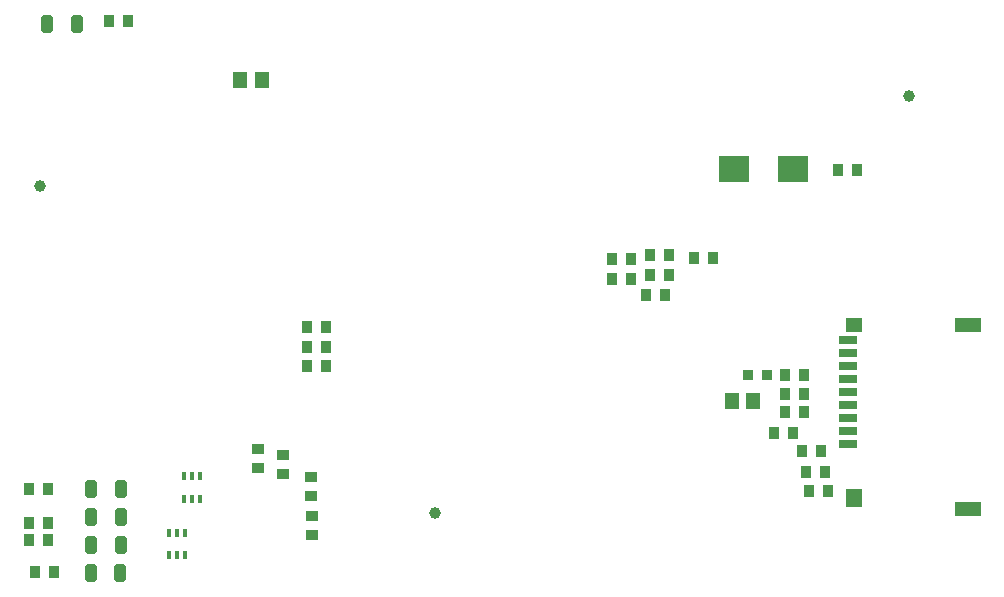
<source format=gbp>
G04 Layer_Color=128*
%FSLAX43Y43*%
%MOMM*%
G71*
G01*
G75*
%ADD14R,0.900X1.000*%
%ADD17C,1.000*%
%ADD18R,0.813X0.914*%
%ADD19R,1.000X0.900*%
%ADD21R,1.300X1.400*%
%ADD63R,2.600X2.200*%
%ADD64R,0.400X0.650*%
%ADD65R,2.200X1.200*%
%ADD66R,1.400X1.600*%
%ADD67R,1.400X1.200*%
%ADD68R,1.600X0.700*%
G04:AMPARAMS|DCode=69|XSize=1mm|YSize=1.5mm|CornerRadius=0.25mm|HoleSize=0mm|Usage=FLASHONLY|Rotation=0.000|XOffset=0mm|YOffset=0mm|HoleType=Round|Shape=RoundedRectangle|*
%AMROUNDEDRECTD69*
21,1,1.000,1.000,0,0,0.0*
21,1,0.500,1.500,0,0,0.0*
1,1,0.500,0.250,-0.500*
1,1,0.500,-0.250,-0.500*
1,1,0.500,-0.250,0.500*
1,1,0.500,0.250,0.500*
%
%ADD69ROUNDEDRECTD69*%
D14*
X89471Y77597D02*
D03*
X87871D02*
D03*
X89471Y79223D02*
D03*
X87871D02*
D03*
X89446Y80874D02*
D03*
X87846D02*
D03*
X116611Y83618D02*
D03*
X118211D02*
D03*
X116911Y85318D02*
D03*
X118511D02*
D03*
X113711Y84918D02*
D03*
X115311D02*
D03*
X120611Y86718D02*
D03*
X122211D02*
D03*
X116911Y87018D02*
D03*
X118511D02*
D03*
X113711Y86618D02*
D03*
X115311D02*
D03*
X128311Y76818D02*
D03*
X129911D02*
D03*
X130411Y67018D02*
D03*
X132011D02*
D03*
X72733Y106756D02*
D03*
X71133D02*
D03*
X64351Y62840D02*
D03*
X65951D02*
D03*
X64808Y60147D02*
D03*
X66408D02*
D03*
X64351Y64313D02*
D03*
X65951D02*
D03*
X64351Y67208D02*
D03*
X65951D02*
D03*
X130111Y68618D02*
D03*
X131711D02*
D03*
X129811Y70418D02*
D03*
X131411D02*
D03*
X127411Y71918D02*
D03*
X129011D02*
D03*
X128311Y73718D02*
D03*
X129911D02*
D03*
X128311Y75218D02*
D03*
X129911D02*
D03*
X134400Y94200D02*
D03*
X132800D02*
D03*
D17*
X65253Y92837D02*
D03*
X98730Y65126D02*
D03*
X138862Y100406D02*
D03*
D18*
X126798Y76818D02*
D03*
X125224D02*
D03*
D19*
X88265Y63310D02*
D03*
Y64910D02*
D03*
X88189Y66561D02*
D03*
Y68161D02*
D03*
X85877Y68466D02*
D03*
Y70066D02*
D03*
X83725Y68925D02*
D03*
Y70525D02*
D03*
D21*
X82234Y101829D02*
D03*
X84034D02*
D03*
X125611Y74618D02*
D03*
X123811D02*
D03*
D63*
X129025Y94300D02*
D03*
X124025D02*
D03*
D64*
X77510Y63485D02*
D03*
X76860D02*
D03*
X76210D02*
D03*
Y61585D02*
D03*
X76860D02*
D03*
X77510D02*
D03*
X77480Y66360D02*
D03*
X78130D02*
D03*
X78780D02*
D03*
Y68260D02*
D03*
X78130D02*
D03*
X77480D02*
D03*
D65*
X143811Y65518D02*
D03*
Y81018D02*
D03*
D66*
X134211Y66418D02*
D03*
D67*
Y81018D02*
D03*
D68*
X133711Y72118D02*
D03*
Y71018D02*
D03*
Y73218D02*
D03*
Y74318D02*
D03*
Y75418D02*
D03*
Y76518D02*
D03*
Y77618D02*
D03*
Y78718D02*
D03*
Y79818D02*
D03*
D69*
X65877Y106553D02*
D03*
X68377D02*
D03*
X69621Y67183D02*
D03*
X72121D02*
D03*
Y64795D02*
D03*
X69621D02*
D03*
X69571Y60020D02*
D03*
X72071D02*
D03*
X72096Y62408D02*
D03*
X69596D02*
D03*
M02*

</source>
